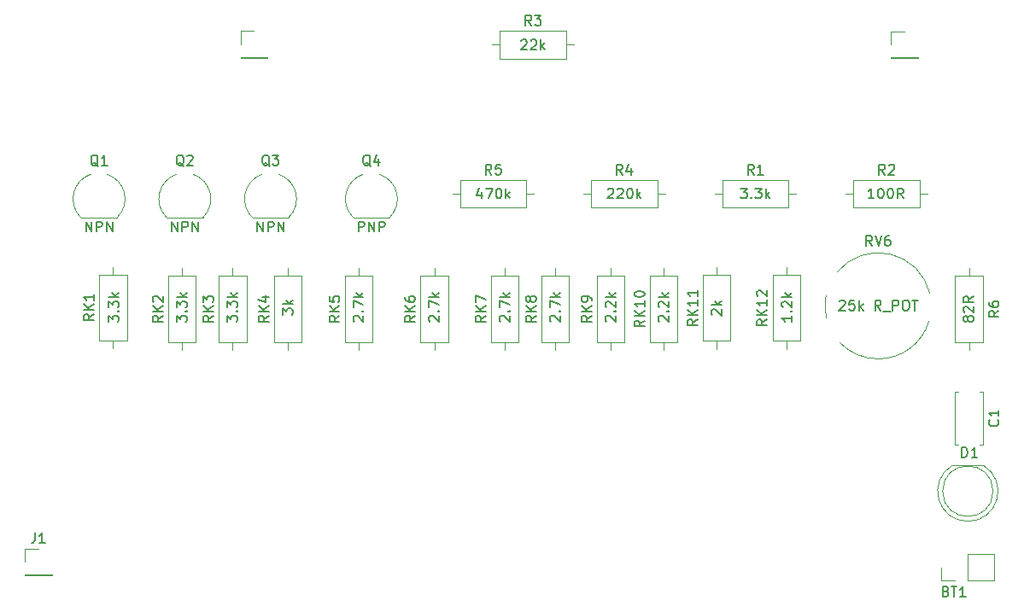
<source format=gbr>
%TF.GenerationSoftware,KiCad,Pcbnew,5.1.8*%
%TF.CreationDate,2020-12-04T21:14:45+01:00*%
%TF.ProjectId,SawToothOrganDIP,53617754-6f6f-4746-984f-7267616e4449,rev?*%
%TF.SameCoordinates,Original*%
%TF.FileFunction,Legend,Top*%
%TF.FilePolarity,Positive*%
%FSLAX46Y46*%
G04 Gerber Fmt 4.6, Leading zero omitted, Abs format (unit mm)*
G04 Created by KiCad (PCBNEW 5.1.8) date 2020-12-04 21:14:45*
%MOMM*%
%LPD*%
G01*
G04 APERTURE LIST*
%ADD10C,0.120000*%
%ADD11C,0.150000*%
G04 APERTURE END LIST*
D10*
%TO.C,J2*%
X163300000Y-98350000D02*
X164630000Y-98350000D01*
X163300000Y-99680000D02*
X163300000Y-98350000D01*
X163300000Y-100950000D02*
X165960000Y-100950000D01*
X165960000Y-100950000D02*
X165960000Y-101010000D01*
X163300000Y-100950000D02*
X163300000Y-101010000D01*
X163300000Y-101010000D02*
X165960000Y-101010000D01*
%TO.C,R6*%
X234130000Y-129190000D02*
X236870000Y-129190000D01*
X236870000Y-129190000D02*
X236870000Y-122650000D01*
X236870000Y-122650000D02*
X234130000Y-122650000D01*
X234130000Y-122650000D02*
X234130000Y-129190000D01*
X235500000Y-129960000D02*
X235500000Y-129190000D01*
X235500000Y-121880000D02*
X235500000Y-122650000D01*
%TO.C,J3*%
X227770000Y-101030000D02*
X230430000Y-101030000D01*
X227770000Y-100970000D02*
X227770000Y-101030000D01*
X230430000Y-100970000D02*
X230430000Y-101030000D01*
X227770000Y-100970000D02*
X230430000Y-100970000D01*
X227770000Y-99700000D02*
X227770000Y-98370000D01*
X227770000Y-98370000D02*
X229100000Y-98370000D01*
%TO.C,J1*%
X141920000Y-152330000D02*
X144580000Y-152330000D01*
X141920000Y-152270000D02*
X141920000Y-152330000D01*
X144580000Y-152270000D02*
X144580000Y-152330000D01*
X141920000Y-152270000D02*
X144580000Y-152270000D01*
X141920000Y-151000000D02*
X141920000Y-149670000D01*
X141920000Y-149670000D02*
X143250000Y-149670000D01*
%TO.C,C1*%
X236870000Y-134130000D02*
X236870000Y-139370000D01*
X234130000Y-134130000D02*
X234130000Y-139370000D01*
X236870000Y-134130000D02*
X236555000Y-134130000D01*
X234445000Y-134130000D02*
X234130000Y-134130000D01*
X236870000Y-139370000D02*
X236555000Y-139370000D01*
X234445000Y-139370000D02*
X234130000Y-139370000D01*
%TO.C,RV6*%
X226592030Y-130869357D02*
G75*
G02*
X222709000Y-129261000I-92030J5269357D01*
G01*
X221385609Y-126874881D02*
G75*
G02*
X221326000Y-124594000I5114391J1274881D01*
G01*
X222463379Y-122211525D02*
G75*
G02*
X231614000Y-124326000I4036621J-3388475D01*
G01*
X231539726Y-127140799D02*
G75*
G02*
X226500000Y-130870000I-5039726J1540799D01*
G01*
%TO.C,RK12*%
X217400000Y-121780000D02*
X217400000Y-122550000D01*
X217400000Y-129860000D02*
X217400000Y-129090000D01*
X216030000Y-122550000D02*
X216030000Y-129090000D01*
X218770000Y-122550000D02*
X216030000Y-122550000D01*
X218770000Y-129090000D02*
X218770000Y-122550000D01*
X216030000Y-129090000D02*
X218770000Y-129090000D01*
%TO.C,RK11*%
X210500000Y-121780000D02*
X210500000Y-122550000D01*
X210500000Y-129860000D02*
X210500000Y-129090000D01*
X209130000Y-122550000D02*
X209130000Y-129090000D01*
X211870000Y-122550000D02*
X209130000Y-122550000D01*
X211870000Y-129090000D02*
X211870000Y-122550000D01*
X209130000Y-129090000D02*
X211870000Y-129090000D01*
%TO.C,RK10*%
X205250000Y-121880000D02*
X205250000Y-122650000D01*
X205250000Y-129960000D02*
X205250000Y-129190000D01*
X203880000Y-122650000D02*
X203880000Y-129190000D01*
X206620000Y-122650000D02*
X203880000Y-122650000D01*
X206620000Y-129190000D02*
X206620000Y-122650000D01*
X203880000Y-129190000D02*
X206620000Y-129190000D01*
%TO.C,RK9*%
X200000000Y-121880000D02*
X200000000Y-122650000D01*
X200000000Y-129960000D02*
X200000000Y-129190000D01*
X198630000Y-122650000D02*
X198630000Y-129190000D01*
X201370000Y-122650000D02*
X198630000Y-122650000D01*
X201370000Y-129190000D02*
X201370000Y-122650000D01*
X198630000Y-129190000D02*
X201370000Y-129190000D01*
%TO.C,RK8*%
X194500000Y-121880000D02*
X194500000Y-122650000D01*
X194500000Y-129960000D02*
X194500000Y-129190000D01*
X193130000Y-122650000D02*
X193130000Y-129190000D01*
X195870000Y-122650000D02*
X193130000Y-122650000D01*
X195870000Y-129190000D02*
X195870000Y-122650000D01*
X193130000Y-129190000D02*
X195870000Y-129190000D01*
%TO.C,RK7*%
X189500000Y-121880000D02*
X189500000Y-122650000D01*
X189500000Y-129960000D02*
X189500000Y-129190000D01*
X188130000Y-122650000D02*
X188130000Y-129190000D01*
X190870000Y-122650000D02*
X188130000Y-122650000D01*
X190870000Y-129190000D02*
X190870000Y-122650000D01*
X188130000Y-129190000D02*
X190870000Y-129190000D01*
%TO.C,RK6*%
X182500000Y-121880000D02*
X182500000Y-122650000D01*
X182500000Y-129960000D02*
X182500000Y-129190000D01*
X181130000Y-122650000D02*
X181130000Y-129190000D01*
X183870000Y-122650000D02*
X181130000Y-122650000D01*
X183870000Y-129190000D02*
X183870000Y-122650000D01*
X181130000Y-129190000D02*
X183870000Y-129190000D01*
%TO.C,RK5*%
X175000000Y-121880000D02*
X175000000Y-122650000D01*
X175000000Y-129960000D02*
X175000000Y-129190000D01*
X173630000Y-122650000D02*
X173630000Y-129190000D01*
X176370000Y-122650000D02*
X173630000Y-122650000D01*
X176370000Y-129190000D02*
X176370000Y-122650000D01*
X173630000Y-129190000D02*
X176370000Y-129190000D01*
%TO.C,RK4*%
X168000000Y-121880000D02*
X168000000Y-122650000D01*
X168000000Y-129960000D02*
X168000000Y-129190000D01*
X166630000Y-122650000D02*
X166630000Y-129190000D01*
X169370000Y-122650000D02*
X166630000Y-122650000D01*
X169370000Y-129190000D02*
X169370000Y-122650000D01*
X166630000Y-129190000D02*
X169370000Y-129190000D01*
%TO.C,RK3*%
X162500000Y-121880000D02*
X162500000Y-122650000D01*
X162500000Y-129960000D02*
X162500000Y-129190000D01*
X161130000Y-122650000D02*
X161130000Y-129190000D01*
X163870000Y-122650000D02*
X161130000Y-122650000D01*
X163870000Y-129190000D02*
X163870000Y-122650000D01*
X161130000Y-129190000D02*
X163870000Y-129190000D01*
%TO.C,RK2*%
X157500000Y-121880000D02*
X157500000Y-122650000D01*
X157500000Y-129960000D02*
X157500000Y-129190000D01*
X156130000Y-122650000D02*
X156130000Y-129190000D01*
X158870000Y-122650000D02*
X156130000Y-122650000D01*
X158870000Y-129190000D02*
X158870000Y-122650000D01*
X156130000Y-129190000D02*
X158870000Y-129190000D01*
%TO.C,RK1*%
X150650000Y-121730000D02*
X150650000Y-122500000D01*
X150650000Y-129810000D02*
X150650000Y-129040000D01*
X149280000Y-122500000D02*
X149280000Y-129040000D01*
X152020000Y-122500000D02*
X149280000Y-122500000D01*
X152020000Y-129040000D02*
X152020000Y-122500000D01*
X149280000Y-129040000D02*
X152020000Y-129040000D01*
%TO.C,R5*%
X192370000Y-114500000D02*
X191600000Y-114500000D01*
X184290000Y-114500000D02*
X185060000Y-114500000D01*
X191600000Y-113130000D02*
X185060000Y-113130000D01*
X191600000Y-115870000D02*
X191600000Y-113130000D01*
X185060000Y-115870000D02*
X191600000Y-115870000D01*
X185060000Y-113130000D02*
X185060000Y-115870000D01*
%TO.C,R4*%
X205370000Y-114500000D02*
X204600000Y-114500000D01*
X197290000Y-114500000D02*
X198060000Y-114500000D01*
X204600000Y-113130000D02*
X198060000Y-113130000D01*
X204600000Y-115870000D02*
X204600000Y-113130000D01*
X198060000Y-115870000D02*
X204600000Y-115870000D01*
X198060000Y-113130000D02*
X198060000Y-115870000D01*
%TO.C,R3*%
X196320000Y-99700000D02*
X195550000Y-99700000D01*
X188240000Y-99700000D02*
X189010000Y-99700000D01*
X195550000Y-98330000D02*
X189010000Y-98330000D01*
X195550000Y-101070000D02*
X195550000Y-98330000D01*
X189010000Y-101070000D02*
X195550000Y-101070000D01*
X189010000Y-98330000D02*
X189010000Y-101070000D01*
%TO.C,R2*%
X231370000Y-114500000D02*
X230600000Y-114500000D01*
X223290000Y-114500000D02*
X224060000Y-114500000D01*
X230600000Y-113130000D02*
X224060000Y-113130000D01*
X230600000Y-115870000D02*
X230600000Y-113130000D01*
X224060000Y-115870000D02*
X230600000Y-115870000D01*
X224060000Y-113130000D02*
X224060000Y-115870000D01*
%TO.C,R1*%
X218370000Y-114500000D02*
X217600000Y-114500000D01*
X210290000Y-114500000D02*
X211060000Y-114500000D01*
X217600000Y-113130000D02*
X211060000Y-113130000D01*
X217600000Y-115870000D02*
X217600000Y-113130000D01*
X211060000Y-115870000D02*
X217600000Y-115870000D01*
X211060000Y-113130000D02*
X211060000Y-115870000D01*
%TO.C,Q3*%
X164470000Y-116850000D02*
X168070000Y-116850000D01*
X168078445Y-116827684D02*
G75*
G03*
X167050000Y-112550000I-1808445J1827684D01*
G01*
X164458547Y-116842156D02*
G75*
G02*
X165450000Y-112550000I1811453J1842156D01*
G01*
%TO.C,Q2*%
X155970000Y-116850000D02*
X159570000Y-116850000D01*
X159578445Y-116827684D02*
G75*
G03*
X158550000Y-112550000I-1808445J1827684D01*
G01*
X155958547Y-116842156D02*
G75*
G02*
X156950000Y-112550000I1811453J1842156D01*
G01*
%TO.C,Q4*%
X174470000Y-116850000D02*
X178070000Y-116850000D01*
X178078445Y-116827684D02*
G75*
G03*
X177050000Y-112550000I-1808445J1827684D01*
G01*
X174458547Y-116842156D02*
G75*
G02*
X175450000Y-112550000I1811453J1842156D01*
G01*
%TO.C,Q1*%
X147470000Y-116850000D02*
X151070000Y-116850000D01*
X151078445Y-116827684D02*
G75*
G03*
X150050000Y-112550000I-1808445J1827684D01*
G01*
X147458547Y-116842156D02*
G75*
G02*
X148450000Y-112550000I1811453J1842156D01*
G01*
%TO.C,D1*%
X237890000Y-143990000D02*
G75*
G03*
X237890000Y-143990000I-2500000J0D01*
G01*
X236935000Y-141430000D02*
X233845000Y-141430000D01*
X235390462Y-146980000D02*
G75*
G02*
X233845170Y-141430000I-462J2990000D01*
G01*
X235389538Y-146980000D02*
G75*
G03*
X236934830Y-141430000I462J2990000D01*
G01*
%TO.C,BT1*%
X232770000Y-152880000D02*
X232770000Y-151550000D01*
X234100000Y-152880000D02*
X232770000Y-152880000D01*
X235370000Y-152880000D02*
X235370000Y-150220000D01*
X235370000Y-150220000D02*
X237970000Y-150220000D01*
X235370000Y-152880000D02*
X237970000Y-152880000D01*
X237970000Y-152880000D02*
X237970000Y-150220000D01*
%TO.C,R6*%
D11*
X238452380Y-126086666D02*
X237976190Y-126420000D01*
X238452380Y-126658095D02*
X237452380Y-126658095D01*
X237452380Y-126277142D01*
X237500000Y-126181904D01*
X237547619Y-126134285D01*
X237642857Y-126086666D01*
X237785714Y-126086666D01*
X237880952Y-126134285D01*
X237928571Y-126181904D01*
X237976190Y-126277142D01*
X237976190Y-126658095D01*
X237452380Y-125229523D02*
X237452380Y-125420000D01*
X237500000Y-125515238D01*
X237547619Y-125562857D01*
X237690476Y-125658095D01*
X237880952Y-125705714D01*
X238261904Y-125705714D01*
X238357142Y-125658095D01*
X238404761Y-125610476D01*
X238452380Y-125515238D01*
X238452380Y-125324761D01*
X238404761Y-125229523D01*
X238357142Y-125181904D01*
X238261904Y-125134285D01*
X238023809Y-125134285D01*
X237928571Y-125181904D01*
X237880952Y-125229523D01*
X237833333Y-125324761D01*
X237833333Y-125515238D01*
X237880952Y-125610476D01*
X237928571Y-125658095D01*
X238023809Y-125705714D01*
X235380952Y-126991428D02*
X235333333Y-127086666D01*
X235285714Y-127134285D01*
X235190476Y-127181904D01*
X235142857Y-127181904D01*
X235047619Y-127134285D01*
X235000000Y-127086666D01*
X234952380Y-126991428D01*
X234952380Y-126800952D01*
X235000000Y-126705714D01*
X235047619Y-126658095D01*
X235142857Y-126610476D01*
X235190476Y-126610476D01*
X235285714Y-126658095D01*
X235333333Y-126705714D01*
X235380952Y-126800952D01*
X235380952Y-126991428D01*
X235428571Y-127086666D01*
X235476190Y-127134285D01*
X235571428Y-127181904D01*
X235761904Y-127181904D01*
X235857142Y-127134285D01*
X235904761Y-127086666D01*
X235952380Y-126991428D01*
X235952380Y-126800952D01*
X235904761Y-126705714D01*
X235857142Y-126658095D01*
X235761904Y-126610476D01*
X235571428Y-126610476D01*
X235476190Y-126658095D01*
X235428571Y-126705714D01*
X235380952Y-126800952D01*
X235047619Y-126229523D02*
X235000000Y-126181904D01*
X234952380Y-126086666D01*
X234952380Y-125848571D01*
X235000000Y-125753333D01*
X235047619Y-125705714D01*
X235142857Y-125658095D01*
X235238095Y-125658095D01*
X235380952Y-125705714D01*
X235952380Y-126277142D01*
X235952380Y-125658095D01*
X235952380Y-124658095D02*
X235476190Y-124991428D01*
X235952380Y-125229523D02*
X234952380Y-125229523D01*
X234952380Y-124848571D01*
X235000000Y-124753333D01*
X235047619Y-124705714D01*
X235142857Y-124658095D01*
X235285714Y-124658095D01*
X235380952Y-124705714D01*
X235428571Y-124753333D01*
X235476190Y-124848571D01*
X235476190Y-125229523D01*
%TO.C,J1*%
X142916666Y-148122380D02*
X142916666Y-148836666D01*
X142869047Y-148979523D01*
X142773809Y-149074761D01*
X142630952Y-149122380D01*
X142535714Y-149122380D01*
X143916666Y-149122380D02*
X143345238Y-149122380D01*
X143630952Y-149122380D02*
X143630952Y-148122380D01*
X143535714Y-148265238D01*
X143440476Y-148360476D01*
X143345238Y-148408095D01*
%TO.C,C1*%
X238357142Y-136916666D02*
X238404761Y-136964285D01*
X238452380Y-137107142D01*
X238452380Y-137202380D01*
X238404761Y-137345238D01*
X238309523Y-137440476D01*
X238214285Y-137488095D01*
X238023809Y-137535714D01*
X237880952Y-137535714D01*
X237690476Y-137488095D01*
X237595238Y-137440476D01*
X237500000Y-137345238D01*
X237452380Y-137202380D01*
X237452380Y-137107142D01*
X237500000Y-136964285D01*
X237547619Y-136916666D01*
X238452380Y-135964285D02*
X238452380Y-136535714D01*
X238452380Y-136250000D02*
X237452380Y-136250000D01*
X237595238Y-136345238D01*
X237690476Y-136440476D01*
X237738095Y-136535714D01*
%TO.C,RV6*%
X225904761Y-119652380D02*
X225571428Y-119176190D01*
X225333333Y-119652380D02*
X225333333Y-118652380D01*
X225714285Y-118652380D01*
X225809523Y-118700000D01*
X225857142Y-118747619D01*
X225904761Y-118842857D01*
X225904761Y-118985714D01*
X225857142Y-119080952D01*
X225809523Y-119128571D01*
X225714285Y-119176190D01*
X225333333Y-119176190D01*
X226190476Y-118652380D02*
X226523809Y-119652380D01*
X226857142Y-118652380D01*
X227619047Y-118652380D02*
X227428571Y-118652380D01*
X227333333Y-118700000D01*
X227285714Y-118747619D01*
X227190476Y-118890476D01*
X227142857Y-119080952D01*
X227142857Y-119461904D01*
X227190476Y-119557142D01*
X227238095Y-119604761D01*
X227333333Y-119652380D01*
X227523809Y-119652380D01*
X227619047Y-119604761D01*
X227666666Y-119557142D01*
X227714285Y-119461904D01*
X227714285Y-119223809D01*
X227666666Y-119128571D01*
X227619047Y-119080952D01*
X227523809Y-119033333D01*
X227333333Y-119033333D01*
X227238095Y-119080952D01*
X227190476Y-119128571D01*
X227142857Y-119223809D01*
X222666666Y-125147619D02*
X222714285Y-125100000D01*
X222809523Y-125052380D01*
X223047619Y-125052380D01*
X223142857Y-125100000D01*
X223190476Y-125147619D01*
X223238095Y-125242857D01*
X223238095Y-125338095D01*
X223190476Y-125480952D01*
X222619047Y-126052380D01*
X223238095Y-126052380D01*
X224142857Y-125052380D02*
X223666666Y-125052380D01*
X223619047Y-125528571D01*
X223666666Y-125480952D01*
X223761904Y-125433333D01*
X224000000Y-125433333D01*
X224095238Y-125480952D01*
X224142857Y-125528571D01*
X224190476Y-125623809D01*
X224190476Y-125861904D01*
X224142857Y-125957142D01*
X224095238Y-126004761D01*
X224000000Y-126052380D01*
X223761904Y-126052380D01*
X223666666Y-126004761D01*
X223619047Y-125957142D01*
X224619047Y-126052380D02*
X224619047Y-125052380D01*
X224714285Y-125671428D02*
X225000000Y-126052380D01*
X225000000Y-125385714D02*
X224619047Y-125766666D01*
X226761904Y-126052380D02*
X226428571Y-125576190D01*
X226190476Y-126052380D02*
X226190476Y-125052380D01*
X226571428Y-125052380D01*
X226666666Y-125100000D01*
X226714285Y-125147619D01*
X226761904Y-125242857D01*
X226761904Y-125385714D01*
X226714285Y-125480952D01*
X226666666Y-125528571D01*
X226571428Y-125576190D01*
X226190476Y-125576190D01*
X226952380Y-126147619D02*
X227714285Y-126147619D01*
X227952380Y-126052380D02*
X227952380Y-125052380D01*
X228333333Y-125052380D01*
X228428571Y-125100000D01*
X228476190Y-125147619D01*
X228523809Y-125242857D01*
X228523809Y-125385714D01*
X228476190Y-125480952D01*
X228428571Y-125528571D01*
X228333333Y-125576190D01*
X227952380Y-125576190D01*
X229142857Y-125052380D02*
X229333333Y-125052380D01*
X229428571Y-125100000D01*
X229523809Y-125195238D01*
X229571428Y-125385714D01*
X229571428Y-125719047D01*
X229523809Y-125909523D01*
X229428571Y-126004761D01*
X229333333Y-126052380D01*
X229142857Y-126052380D01*
X229047619Y-126004761D01*
X228952380Y-125909523D01*
X228904761Y-125719047D01*
X228904761Y-125385714D01*
X228952380Y-125195238D01*
X229047619Y-125100000D01*
X229142857Y-125052380D01*
X229857142Y-125052380D02*
X230428571Y-125052380D01*
X230142857Y-126052380D02*
X230142857Y-125052380D01*
%TO.C,RK12*%
X215482380Y-126962857D02*
X215006190Y-127296190D01*
X215482380Y-127534285D02*
X214482380Y-127534285D01*
X214482380Y-127153333D01*
X214530000Y-127058095D01*
X214577619Y-127010476D01*
X214672857Y-126962857D01*
X214815714Y-126962857D01*
X214910952Y-127010476D01*
X214958571Y-127058095D01*
X215006190Y-127153333D01*
X215006190Y-127534285D01*
X215482380Y-126534285D02*
X214482380Y-126534285D01*
X215482380Y-125962857D02*
X214910952Y-126391428D01*
X214482380Y-125962857D02*
X215053809Y-126534285D01*
X215482380Y-125010476D02*
X215482380Y-125581904D01*
X215482380Y-125296190D02*
X214482380Y-125296190D01*
X214625238Y-125391428D01*
X214720476Y-125486666D01*
X214768095Y-125581904D01*
X214577619Y-124629523D02*
X214530000Y-124581904D01*
X214482380Y-124486666D01*
X214482380Y-124248571D01*
X214530000Y-124153333D01*
X214577619Y-124105714D01*
X214672857Y-124058095D01*
X214768095Y-124058095D01*
X214910952Y-124105714D01*
X215482380Y-124677142D01*
X215482380Y-124058095D01*
X217952380Y-126583333D02*
X217952380Y-127154761D01*
X217952380Y-126869047D02*
X216952380Y-126869047D01*
X217095238Y-126964285D01*
X217190476Y-127059523D01*
X217238095Y-127154761D01*
X217857142Y-126154761D02*
X217904761Y-126107142D01*
X217952380Y-126154761D01*
X217904761Y-126202380D01*
X217857142Y-126154761D01*
X217952380Y-126154761D01*
X217047619Y-125726190D02*
X217000000Y-125678571D01*
X216952380Y-125583333D01*
X216952380Y-125345238D01*
X217000000Y-125250000D01*
X217047619Y-125202380D01*
X217142857Y-125154761D01*
X217238095Y-125154761D01*
X217380952Y-125202380D01*
X217952380Y-125773809D01*
X217952380Y-125154761D01*
X217952380Y-124726190D02*
X216952380Y-124726190D01*
X217571428Y-124630952D02*
X217952380Y-124345238D01*
X217285714Y-124345238D02*
X217666666Y-124726190D01*
%TO.C,RK11*%
X208582380Y-126962857D02*
X208106190Y-127296190D01*
X208582380Y-127534285D02*
X207582380Y-127534285D01*
X207582380Y-127153333D01*
X207630000Y-127058095D01*
X207677619Y-127010476D01*
X207772857Y-126962857D01*
X207915714Y-126962857D01*
X208010952Y-127010476D01*
X208058571Y-127058095D01*
X208106190Y-127153333D01*
X208106190Y-127534285D01*
X208582380Y-126534285D02*
X207582380Y-126534285D01*
X208582380Y-125962857D02*
X208010952Y-126391428D01*
X207582380Y-125962857D02*
X208153809Y-126534285D01*
X208582380Y-125010476D02*
X208582380Y-125581904D01*
X208582380Y-125296190D02*
X207582380Y-125296190D01*
X207725238Y-125391428D01*
X207820476Y-125486666D01*
X207868095Y-125581904D01*
X208582380Y-124058095D02*
X208582380Y-124629523D01*
X208582380Y-124343809D02*
X207582380Y-124343809D01*
X207725238Y-124439047D01*
X207820476Y-124534285D01*
X207868095Y-124629523D01*
X210047619Y-126510476D02*
X210000000Y-126462857D01*
X209952380Y-126367619D01*
X209952380Y-126129523D01*
X210000000Y-126034285D01*
X210047619Y-125986666D01*
X210142857Y-125939047D01*
X210238095Y-125939047D01*
X210380952Y-125986666D01*
X210952380Y-126558095D01*
X210952380Y-125939047D01*
X210952380Y-125510476D02*
X209952380Y-125510476D01*
X210571428Y-125415238D02*
X210952380Y-125129523D01*
X210285714Y-125129523D02*
X210666666Y-125510476D01*
%TO.C,RK10*%
X203332380Y-127062857D02*
X202856190Y-127396190D01*
X203332380Y-127634285D02*
X202332380Y-127634285D01*
X202332380Y-127253333D01*
X202380000Y-127158095D01*
X202427619Y-127110476D01*
X202522857Y-127062857D01*
X202665714Y-127062857D01*
X202760952Y-127110476D01*
X202808571Y-127158095D01*
X202856190Y-127253333D01*
X202856190Y-127634285D01*
X203332380Y-126634285D02*
X202332380Y-126634285D01*
X203332380Y-126062857D02*
X202760952Y-126491428D01*
X202332380Y-126062857D02*
X202903809Y-126634285D01*
X203332380Y-125110476D02*
X203332380Y-125681904D01*
X203332380Y-125396190D02*
X202332380Y-125396190D01*
X202475238Y-125491428D01*
X202570476Y-125586666D01*
X202618095Y-125681904D01*
X202332380Y-124491428D02*
X202332380Y-124396190D01*
X202380000Y-124300952D01*
X202427619Y-124253333D01*
X202522857Y-124205714D01*
X202713333Y-124158095D01*
X202951428Y-124158095D01*
X203141904Y-124205714D01*
X203237142Y-124253333D01*
X203284761Y-124300952D01*
X203332380Y-124396190D01*
X203332380Y-124491428D01*
X203284761Y-124586666D01*
X203237142Y-124634285D01*
X203141904Y-124681904D01*
X202951428Y-124729523D01*
X202713333Y-124729523D01*
X202522857Y-124681904D01*
X202427619Y-124634285D01*
X202380000Y-124586666D01*
X202332380Y-124491428D01*
X204797619Y-127154761D02*
X204750000Y-127107142D01*
X204702380Y-127011904D01*
X204702380Y-126773809D01*
X204750000Y-126678571D01*
X204797619Y-126630952D01*
X204892857Y-126583333D01*
X204988095Y-126583333D01*
X205130952Y-126630952D01*
X205702380Y-127202380D01*
X205702380Y-126583333D01*
X205607142Y-126154761D02*
X205654761Y-126107142D01*
X205702380Y-126154761D01*
X205654761Y-126202380D01*
X205607142Y-126154761D01*
X205702380Y-126154761D01*
X204797619Y-125726190D02*
X204750000Y-125678571D01*
X204702380Y-125583333D01*
X204702380Y-125345238D01*
X204750000Y-125250000D01*
X204797619Y-125202380D01*
X204892857Y-125154761D01*
X204988095Y-125154761D01*
X205130952Y-125202380D01*
X205702380Y-125773809D01*
X205702380Y-125154761D01*
X205702380Y-124726190D02*
X204702380Y-124726190D01*
X205321428Y-124630952D02*
X205702380Y-124345238D01*
X205035714Y-124345238D02*
X205416666Y-124726190D01*
%TO.C,RK9*%
X198082380Y-126586666D02*
X197606190Y-126920000D01*
X198082380Y-127158095D02*
X197082380Y-127158095D01*
X197082380Y-126777142D01*
X197130000Y-126681904D01*
X197177619Y-126634285D01*
X197272857Y-126586666D01*
X197415714Y-126586666D01*
X197510952Y-126634285D01*
X197558571Y-126681904D01*
X197606190Y-126777142D01*
X197606190Y-127158095D01*
X198082380Y-126158095D02*
X197082380Y-126158095D01*
X198082380Y-125586666D02*
X197510952Y-126015238D01*
X197082380Y-125586666D02*
X197653809Y-126158095D01*
X198082380Y-125110476D02*
X198082380Y-124920000D01*
X198034761Y-124824761D01*
X197987142Y-124777142D01*
X197844285Y-124681904D01*
X197653809Y-124634285D01*
X197272857Y-124634285D01*
X197177619Y-124681904D01*
X197130000Y-124729523D01*
X197082380Y-124824761D01*
X197082380Y-125015238D01*
X197130000Y-125110476D01*
X197177619Y-125158095D01*
X197272857Y-125205714D01*
X197510952Y-125205714D01*
X197606190Y-125158095D01*
X197653809Y-125110476D01*
X197701428Y-125015238D01*
X197701428Y-124824761D01*
X197653809Y-124729523D01*
X197606190Y-124681904D01*
X197510952Y-124634285D01*
X199547619Y-127154761D02*
X199500000Y-127107142D01*
X199452380Y-127011904D01*
X199452380Y-126773809D01*
X199500000Y-126678571D01*
X199547619Y-126630952D01*
X199642857Y-126583333D01*
X199738095Y-126583333D01*
X199880952Y-126630952D01*
X200452380Y-127202380D01*
X200452380Y-126583333D01*
X200357142Y-126154761D02*
X200404761Y-126107142D01*
X200452380Y-126154761D01*
X200404761Y-126202380D01*
X200357142Y-126154761D01*
X200452380Y-126154761D01*
X199547619Y-125726190D02*
X199500000Y-125678571D01*
X199452380Y-125583333D01*
X199452380Y-125345238D01*
X199500000Y-125250000D01*
X199547619Y-125202380D01*
X199642857Y-125154761D01*
X199738095Y-125154761D01*
X199880952Y-125202380D01*
X200452380Y-125773809D01*
X200452380Y-125154761D01*
X200452380Y-124726190D02*
X199452380Y-124726190D01*
X200071428Y-124630952D02*
X200452380Y-124345238D01*
X199785714Y-124345238D02*
X200166666Y-124726190D01*
%TO.C,RK8*%
X192582380Y-126586666D02*
X192106190Y-126920000D01*
X192582380Y-127158095D02*
X191582380Y-127158095D01*
X191582380Y-126777142D01*
X191630000Y-126681904D01*
X191677619Y-126634285D01*
X191772857Y-126586666D01*
X191915714Y-126586666D01*
X192010952Y-126634285D01*
X192058571Y-126681904D01*
X192106190Y-126777142D01*
X192106190Y-127158095D01*
X192582380Y-126158095D02*
X191582380Y-126158095D01*
X192582380Y-125586666D02*
X192010952Y-126015238D01*
X191582380Y-125586666D02*
X192153809Y-126158095D01*
X192010952Y-125015238D02*
X191963333Y-125110476D01*
X191915714Y-125158095D01*
X191820476Y-125205714D01*
X191772857Y-125205714D01*
X191677619Y-125158095D01*
X191630000Y-125110476D01*
X191582380Y-125015238D01*
X191582380Y-124824761D01*
X191630000Y-124729523D01*
X191677619Y-124681904D01*
X191772857Y-124634285D01*
X191820476Y-124634285D01*
X191915714Y-124681904D01*
X191963333Y-124729523D01*
X192010952Y-124824761D01*
X192010952Y-125015238D01*
X192058571Y-125110476D01*
X192106190Y-125158095D01*
X192201428Y-125205714D01*
X192391904Y-125205714D01*
X192487142Y-125158095D01*
X192534761Y-125110476D01*
X192582380Y-125015238D01*
X192582380Y-124824761D01*
X192534761Y-124729523D01*
X192487142Y-124681904D01*
X192391904Y-124634285D01*
X192201428Y-124634285D01*
X192106190Y-124681904D01*
X192058571Y-124729523D01*
X192010952Y-124824761D01*
X194047619Y-127154761D02*
X194000000Y-127107142D01*
X193952380Y-127011904D01*
X193952380Y-126773809D01*
X194000000Y-126678571D01*
X194047619Y-126630952D01*
X194142857Y-126583333D01*
X194238095Y-126583333D01*
X194380952Y-126630952D01*
X194952380Y-127202380D01*
X194952380Y-126583333D01*
X194857142Y-126154761D02*
X194904761Y-126107142D01*
X194952380Y-126154761D01*
X194904761Y-126202380D01*
X194857142Y-126154761D01*
X194952380Y-126154761D01*
X193952380Y-125773809D02*
X193952380Y-125107142D01*
X194952380Y-125535714D01*
X194952380Y-124726190D02*
X193952380Y-124726190D01*
X194571428Y-124630952D02*
X194952380Y-124345238D01*
X194285714Y-124345238D02*
X194666666Y-124726190D01*
%TO.C,RK7*%
X187582380Y-126586666D02*
X187106190Y-126920000D01*
X187582380Y-127158095D02*
X186582380Y-127158095D01*
X186582380Y-126777142D01*
X186630000Y-126681904D01*
X186677619Y-126634285D01*
X186772857Y-126586666D01*
X186915714Y-126586666D01*
X187010952Y-126634285D01*
X187058571Y-126681904D01*
X187106190Y-126777142D01*
X187106190Y-127158095D01*
X187582380Y-126158095D02*
X186582380Y-126158095D01*
X187582380Y-125586666D02*
X187010952Y-126015238D01*
X186582380Y-125586666D02*
X187153809Y-126158095D01*
X186582380Y-125253333D02*
X186582380Y-124586666D01*
X187582380Y-125015238D01*
X189047619Y-127154761D02*
X189000000Y-127107142D01*
X188952380Y-127011904D01*
X188952380Y-126773809D01*
X189000000Y-126678571D01*
X189047619Y-126630952D01*
X189142857Y-126583333D01*
X189238095Y-126583333D01*
X189380952Y-126630952D01*
X189952380Y-127202380D01*
X189952380Y-126583333D01*
X189857142Y-126154761D02*
X189904761Y-126107142D01*
X189952380Y-126154761D01*
X189904761Y-126202380D01*
X189857142Y-126154761D01*
X189952380Y-126154761D01*
X188952380Y-125773809D02*
X188952380Y-125107142D01*
X189952380Y-125535714D01*
X189952380Y-124726190D02*
X188952380Y-124726190D01*
X189571428Y-124630952D02*
X189952380Y-124345238D01*
X189285714Y-124345238D02*
X189666666Y-124726190D01*
%TO.C,RK6*%
X180582380Y-126586666D02*
X180106190Y-126920000D01*
X180582380Y-127158095D02*
X179582380Y-127158095D01*
X179582380Y-126777142D01*
X179630000Y-126681904D01*
X179677619Y-126634285D01*
X179772857Y-126586666D01*
X179915714Y-126586666D01*
X180010952Y-126634285D01*
X180058571Y-126681904D01*
X180106190Y-126777142D01*
X180106190Y-127158095D01*
X180582380Y-126158095D02*
X179582380Y-126158095D01*
X180582380Y-125586666D02*
X180010952Y-126015238D01*
X179582380Y-125586666D02*
X180153809Y-126158095D01*
X179582380Y-124729523D02*
X179582380Y-124920000D01*
X179630000Y-125015238D01*
X179677619Y-125062857D01*
X179820476Y-125158095D01*
X180010952Y-125205714D01*
X180391904Y-125205714D01*
X180487142Y-125158095D01*
X180534761Y-125110476D01*
X180582380Y-125015238D01*
X180582380Y-124824761D01*
X180534761Y-124729523D01*
X180487142Y-124681904D01*
X180391904Y-124634285D01*
X180153809Y-124634285D01*
X180058571Y-124681904D01*
X180010952Y-124729523D01*
X179963333Y-124824761D01*
X179963333Y-125015238D01*
X180010952Y-125110476D01*
X180058571Y-125158095D01*
X180153809Y-125205714D01*
X182047619Y-127154761D02*
X182000000Y-127107142D01*
X181952380Y-127011904D01*
X181952380Y-126773809D01*
X182000000Y-126678571D01*
X182047619Y-126630952D01*
X182142857Y-126583333D01*
X182238095Y-126583333D01*
X182380952Y-126630952D01*
X182952380Y-127202380D01*
X182952380Y-126583333D01*
X182857142Y-126154761D02*
X182904761Y-126107142D01*
X182952380Y-126154761D01*
X182904761Y-126202380D01*
X182857142Y-126154761D01*
X182952380Y-126154761D01*
X181952380Y-125773809D02*
X181952380Y-125107142D01*
X182952380Y-125535714D01*
X182952380Y-124726190D02*
X181952380Y-124726190D01*
X182571428Y-124630952D02*
X182952380Y-124345238D01*
X182285714Y-124345238D02*
X182666666Y-124726190D01*
%TO.C,RK5*%
X173082380Y-126586666D02*
X172606190Y-126920000D01*
X173082380Y-127158095D02*
X172082380Y-127158095D01*
X172082380Y-126777142D01*
X172130000Y-126681904D01*
X172177619Y-126634285D01*
X172272857Y-126586666D01*
X172415714Y-126586666D01*
X172510952Y-126634285D01*
X172558571Y-126681904D01*
X172606190Y-126777142D01*
X172606190Y-127158095D01*
X173082380Y-126158095D02*
X172082380Y-126158095D01*
X173082380Y-125586666D02*
X172510952Y-126015238D01*
X172082380Y-125586666D02*
X172653809Y-126158095D01*
X172082380Y-124681904D02*
X172082380Y-125158095D01*
X172558571Y-125205714D01*
X172510952Y-125158095D01*
X172463333Y-125062857D01*
X172463333Y-124824761D01*
X172510952Y-124729523D01*
X172558571Y-124681904D01*
X172653809Y-124634285D01*
X172891904Y-124634285D01*
X172987142Y-124681904D01*
X173034761Y-124729523D01*
X173082380Y-124824761D01*
X173082380Y-125062857D01*
X173034761Y-125158095D01*
X172987142Y-125205714D01*
X174547619Y-127154761D02*
X174500000Y-127107142D01*
X174452380Y-127011904D01*
X174452380Y-126773809D01*
X174500000Y-126678571D01*
X174547619Y-126630952D01*
X174642857Y-126583333D01*
X174738095Y-126583333D01*
X174880952Y-126630952D01*
X175452380Y-127202380D01*
X175452380Y-126583333D01*
X175357142Y-126154761D02*
X175404761Y-126107142D01*
X175452380Y-126154761D01*
X175404761Y-126202380D01*
X175357142Y-126154761D01*
X175452380Y-126154761D01*
X174452380Y-125773809D02*
X174452380Y-125107142D01*
X175452380Y-125535714D01*
X175452380Y-124726190D02*
X174452380Y-124726190D01*
X175071428Y-124630952D02*
X175452380Y-124345238D01*
X174785714Y-124345238D02*
X175166666Y-124726190D01*
%TO.C,RK4*%
X166082380Y-126586666D02*
X165606190Y-126920000D01*
X166082380Y-127158095D02*
X165082380Y-127158095D01*
X165082380Y-126777142D01*
X165130000Y-126681904D01*
X165177619Y-126634285D01*
X165272857Y-126586666D01*
X165415714Y-126586666D01*
X165510952Y-126634285D01*
X165558571Y-126681904D01*
X165606190Y-126777142D01*
X165606190Y-127158095D01*
X166082380Y-126158095D02*
X165082380Y-126158095D01*
X166082380Y-125586666D02*
X165510952Y-126015238D01*
X165082380Y-125586666D02*
X165653809Y-126158095D01*
X165415714Y-124729523D02*
X166082380Y-124729523D01*
X165034761Y-124967619D02*
X165749047Y-125205714D01*
X165749047Y-124586666D01*
X167452380Y-126488095D02*
X167452380Y-125869047D01*
X167833333Y-126202380D01*
X167833333Y-126059523D01*
X167880952Y-125964285D01*
X167928571Y-125916666D01*
X168023809Y-125869047D01*
X168261904Y-125869047D01*
X168357142Y-125916666D01*
X168404761Y-125964285D01*
X168452380Y-126059523D01*
X168452380Y-126345238D01*
X168404761Y-126440476D01*
X168357142Y-126488095D01*
X168452380Y-125440476D02*
X167452380Y-125440476D01*
X168071428Y-125345238D02*
X168452380Y-125059523D01*
X167785714Y-125059523D02*
X168166666Y-125440476D01*
%TO.C,RK3*%
X160582380Y-126586666D02*
X160106190Y-126920000D01*
X160582380Y-127158095D02*
X159582380Y-127158095D01*
X159582380Y-126777142D01*
X159630000Y-126681904D01*
X159677619Y-126634285D01*
X159772857Y-126586666D01*
X159915714Y-126586666D01*
X160010952Y-126634285D01*
X160058571Y-126681904D01*
X160106190Y-126777142D01*
X160106190Y-127158095D01*
X160582380Y-126158095D02*
X159582380Y-126158095D01*
X160582380Y-125586666D02*
X160010952Y-126015238D01*
X159582380Y-125586666D02*
X160153809Y-126158095D01*
X159582380Y-125253333D02*
X159582380Y-124634285D01*
X159963333Y-124967619D01*
X159963333Y-124824761D01*
X160010952Y-124729523D01*
X160058571Y-124681904D01*
X160153809Y-124634285D01*
X160391904Y-124634285D01*
X160487142Y-124681904D01*
X160534761Y-124729523D01*
X160582380Y-124824761D01*
X160582380Y-125110476D01*
X160534761Y-125205714D01*
X160487142Y-125253333D01*
X161952380Y-127202380D02*
X161952380Y-126583333D01*
X162333333Y-126916666D01*
X162333333Y-126773809D01*
X162380952Y-126678571D01*
X162428571Y-126630952D01*
X162523809Y-126583333D01*
X162761904Y-126583333D01*
X162857142Y-126630952D01*
X162904761Y-126678571D01*
X162952380Y-126773809D01*
X162952380Y-127059523D01*
X162904761Y-127154761D01*
X162857142Y-127202380D01*
X162857142Y-126154761D02*
X162904761Y-126107142D01*
X162952380Y-126154761D01*
X162904761Y-126202380D01*
X162857142Y-126154761D01*
X162952380Y-126154761D01*
X161952380Y-125773809D02*
X161952380Y-125154761D01*
X162333333Y-125488095D01*
X162333333Y-125345238D01*
X162380952Y-125250000D01*
X162428571Y-125202380D01*
X162523809Y-125154761D01*
X162761904Y-125154761D01*
X162857142Y-125202380D01*
X162904761Y-125250000D01*
X162952380Y-125345238D01*
X162952380Y-125630952D01*
X162904761Y-125726190D01*
X162857142Y-125773809D01*
X162952380Y-124726190D02*
X161952380Y-124726190D01*
X162571428Y-124630952D02*
X162952380Y-124345238D01*
X162285714Y-124345238D02*
X162666666Y-124726190D01*
%TO.C,RK2*%
X155582380Y-126586666D02*
X155106190Y-126920000D01*
X155582380Y-127158095D02*
X154582380Y-127158095D01*
X154582380Y-126777142D01*
X154630000Y-126681904D01*
X154677619Y-126634285D01*
X154772857Y-126586666D01*
X154915714Y-126586666D01*
X155010952Y-126634285D01*
X155058571Y-126681904D01*
X155106190Y-126777142D01*
X155106190Y-127158095D01*
X155582380Y-126158095D02*
X154582380Y-126158095D01*
X155582380Y-125586666D02*
X155010952Y-126015238D01*
X154582380Y-125586666D02*
X155153809Y-126158095D01*
X154677619Y-125205714D02*
X154630000Y-125158095D01*
X154582380Y-125062857D01*
X154582380Y-124824761D01*
X154630000Y-124729523D01*
X154677619Y-124681904D01*
X154772857Y-124634285D01*
X154868095Y-124634285D01*
X155010952Y-124681904D01*
X155582380Y-125253333D01*
X155582380Y-124634285D01*
X156952380Y-127202380D02*
X156952380Y-126583333D01*
X157333333Y-126916666D01*
X157333333Y-126773809D01*
X157380952Y-126678571D01*
X157428571Y-126630952D01*
X157523809Y-126583333D01*
X157761904Y-126583333D01*
X157857142Y-126630952D01*
X157904761Y-126678571D01*
X157952380Y-126773809D01*
X157952380Y-127059523D01*
X157904761Y-127154761D01*
X157857142Y-127202380D01*
X157857142Y-126154761D02*
X157904761Y-126107142D01*
X157952380Y-126154761D01*
X157904761Y-126202380D01*
X157857142Y-126154761D01*
X157952380Y-126154761D01*
X156952380Y-125773809D02*
X156952380Y-125154761D01*
X157333333Y-125488095D01*
X157333333Y-125345238D01*
X157380952Y-125250000D01*
X157428571Y-125202380D01*
X157523809Y-125154761D01*
X157761904Y-125154761D01*
X157857142Y-125202380D01*
X157904761Y-125250000D01*
X157952380Y-125345238D01*
X157952380Y-125630952D01*
X157904761Y-125726190D01*
X157857142Y-125773809D01*
X157952380Y-124726190D02*
X156952380Y-124726190D01*
X157571428Y-124630952D02*
X157952380Y-124345238D01*
X157285714Y-124345238D02*
X157666666Y-124726190D01*
%TO.C,RK1*%
X148732380Y-126436666D02*
X148256190Y-126770000D01*
X148732380Y-127008095D02*
X147732380Y-127008095D01*
X147732380Y-126627142D01*
X147780000Y-126531904D01*
X147827619Y-126484285D01*
X147922857Y-126436666D01*
X148065714Y-126436666D01*
X148160952Y-126484285D01*
X148208571Y-126531904D01*
X148256190Y-126627142D01*
X148256190Y-127008095D01*
X148732380Y-126008095D02*
X147732380Y-126008095D01*
X148732380Y-125436666D02*
X148160952Y-125865238D01*
X147732380Y-125436666D02*
X148303809Y-126008095D01*
X148732380Y-124484285D02*
X148732380Y-125055714D01*
X148732380Y-124770000D02*
X147732380Y-124770000D01*
X147875238Y-124865238D01*
X147970476Y-124960476D01*
X148018095Y-125055714D01*
X150202380Y-127202380D02*
X150202380Y-126583333D01*
X150583333Y-126916666D01*
X150583333Y-126773809D01*
X150630952Y-126678571D01*
X150678571Y-126630952D01*
X150773809Y-126583333D01*
X151011904Y-126583333D01*
X151107142Y-126630952D01*
X151154761Y-126678571D01*
X151202380Y-126773809D01*
X151202380Y-127059523D01*
X151154761Y-127154761D01*
X151107142Y-127202380D01*
X151107142Y-126154761D02*
X151154761Y-126107142D01*
X151202380Y-126154761D01*
X151154761Y-126202380D01*
X151107142Y-126154761D01*
X151202380Y-126154761D01*
X150202380Y-125773809D02*
X150202380Y-125154761D01*
X150583333Y-125488095D01*
X150583333Y-125345238D01*
X150630952Y-125250000D01*
X150678571Y-125202380D01*
X150773809Y-125154761D01*
X151011904Y-125154761D01*
X151107142Y-125202380D01*
X151154761Y-125250000D01*
X151202380Y-125345238D01*
X151202380Y-125630952D01*
X151154761Y-125726190D01*
X151107142Y-125773809D01*
X151202380Y-124726190D02*
X150202380Y-124726190D01*
X150821428Y-124630952D02*
X151202380Y-124345238D01*
X150535714Y-124345238D02*
X150916666Y-124726190D01*
%TO.C,R5*%
X188163333Y-112582380D02*
X187830000Y-112106190D01*
X187591904Y-112582380D02*
X187591904Y-111582380D01*
X187972857Y-111582380D01*
X188068095Y-111630000D01*
X188115714Y-111677619D01*
X188163333Y-111772857D01*
X188163333Y-111915714D01*
X188115714Y-112010952D01*
X188068095Y-112058571D01*
X187972857Y-112106190D01*
X187591904Y-112106190D01*
X189068095Y-111582380D02*
X188591904Y-111582380D01*
X188544285Y-112058571D01*
X188591904Y-112010952D01*
X188687142Y-111963333D01*
X188925238Y-111963333D01*
X189020476Y-112010952D01*
X189068095Y-112058571D01*
X189115714Y-112153809D01*
X189115714Y-112391904D01*
X189068095Y-112487142D01*
X189020476Y-112534761D01*
X188925238Y-112582380D01*
X188687142Y-112582380D01*
X188591904Y-112534761D01*
X188544285Y-112487142D01*
X187163333Y-114285714D02*
X187163333Y-114952380D01*
X186925238Y-113904761D02*
X186687142Y-114619047D01*
X187306190Y-114619047D01*
X187591904Y-113952380D02*
X188258571Y-113952380D01*
X187830000Y-114952380D01*
X188830000Y-113952380D02*
X188925238Y-113952380D01*
X189020476Y-114000000D01*
X189068095Y-114047619D01*
X189115714Y-114142857D01*
X189163333Y-114333333D01*
X189163333Y-114571428D01*
X189115714Y-114761904D01*
X189068095Y-114857142D01*
X189020476Y-114904761D01*
X188925238Y-114952380D01*
X188830000Y-114952380D01*
X188734761Y-114904761D01*
X188687142Y-114857142D01*
X188639523Y-114761904D01*
X188591904Y-114571428D01*
X188591904Y-114333333D01*
X188639523Y-114142857D01*
X188687142Y-114047619D01*
X188734761Y-114000000D01*
X188830000Y-113952380D01*
X189591904Y-114952380D02*
X189591904Y-113952380D01*
X189687142Y-114571428D02*
X189972857Y-114952380D01*
X189972857Y-114285714D02*
X189591904Y-114666666D01*
%TO.C,R4*%
X201163333Y-112582380D02*
X200830000Y-112106190D01*
X200591904Y-112582380D02*
X200591904Y-111582380D01*
X200972857Y-111582380D01*
X201068095Y-111630000D01*
X201115714Y-111677619D01*
X201163333Y-111772857D01*
X201163333Y-111915714D01*
X201115714Y-112010952D01*
X201068095Y-112058571D01*
X200972857Y-112106190D01*
X200591904Y-112106190D01*
X202020476Y-111915714D02*
X202020476Y-112582380D01*
X201782380Y-111534761D02*
X201544285Y-112249047D01*
X202163333Y-112249047D01*
X199687142Y-114047619D02*
X199734761Y-114000000D01*
X199830000Y-113952380D01*
X200068095Y-113952380D01*
X200163333Y-114000000D01*
X200210952Y-114047619D01*
X200258571Y-114142857D01*
X200258571Y-114238095D01*
X200210952Y-114380952D01*
X199639523Y-114952380D01*
X200258571Y-114952380D01*
X200639523Y-114047619D02*
X200687142Y-114000000D01*
X200782380Y-113952380D01*
X201020476Y-113952380D01*
X201115714Y-114000000D01*
X201163333Y-114047619D01*
X201210952Y-114142857D01*
X201210952Y-114238095D01*
X201163333Y-114380952D01*
X200591904Y-114952380D01*
X201210952Y-114952380D01*
X201830000Y-113952380D02*
X201925238Y-113952380D01*
X202020476Y-114000000D01*
X202068095Y-114047619D01*
X202115714Y-114142857D01*
X202163333Y-114333333D01*
X202163333Y-114571428D01*
X202115714Y-114761904D01*
X202068095Y-114857142D01*
X202020476Y-114904761D01*
X201925238Y-114952380D01*
X201830000Y-114952380D01*
X201734761Y-114904761D01*
X201687142Y-114857142D01*
X201639523Y-114761904D01*
X201591904Y-114571428D01*
X201591904Y-114333333D01*
X201639523Y-114142857D01*
X201687142Y-114047619D01*
X201734761Y-114000000D01*
X201830000Y-113952380D01*
X202591904Y-114952380D02*
X202591904Y-113952380D01*
X202687142Y-114571428D02*
X202972857Y-114952380D01*
X202972857Y-114285714D02*
X202591904Y-114666666D01*
%TO.C,R3*%
X192113333Y-97782380D02*
X191780000Y-97306190D01*
X191541904Y-97782380D02*
X191541904Y-96782380D01*
X191922857Y-96782380D01*
X192018095Y-96830000D01*
X192065714Y-96877619D01*
X192113333Y-96972857D01*
X192113333Y-97115714D01*
X192065714Y-97210952D01*
X192018095Y-97258571D01*
X191922857Y-97306190D01*
X191541904Y-97306190D01*
X192446666Y-96782380D02*
X193065714Y-96782380D01*
X192732380Y-97163333D01*
X192875238Y-97163333D01*
X192970476Y-97210952D01*
X193018095Y-97258571D01*
X193065714Y-97353809D01*
X193065714Y-97591904D01*
X193018095Y-97687142D01*
X192970476Y-97734761D01*
X192875238Y-97782380D01*
X192589523Y-97782380D01*
X192494285Y-97734761D01*
X192446666Y-97687142D01*
X191113333Y-99297619D02*
X191160952Y-99250000D01*
X191256190Y-99202380D01*
X191494285Y-99202380D01*
X191589523Y-99250000D01*
X191637142Y-99297619D01*
X191684761Y-99392857D01*
X191684761Y-99488095D01*
X191637142Y-99630952D01*
X191065714Y-100202380D01*
X191684761Y-100202380D01*
X192065714Y-99297619D02*
X192113333Y-99250000D01*
X192208571Y-99202380D01*
X192446666Y-99202380D01*
X192541904Y-99250000D01*
X192589523Y-99297619D01*
X192637142Y-99392857D01*
X192637142Y-99488095D01*
X192589523Y-99630952D01*
X192018095Y-100202380D01*
X192637142Y-100202380D01*
X193065714Y-100202380D02*
X193065714Y-99202380D01*
X193160952Y-99821428D02*
X193446666Y-100202380D01*
X193446666Y-99535714D02*
X193065714Y-99916666D01*
%TO.C,R2*%
X227163333Y-112582380D02*
X226830000Y-112106190D01*
X226591904Y-112582380D02*
X226591904Y-111582380D01*
X226972857Y-111582380D01*
X227068095Y-111630000D01*
X227115714Y-111677619D01*
X227163333Y-111772857D01*
X227163333Y-111915714D01*
X227115714Y-112010952D01*
X227068095Y-112058571D01*
X226972857Y-112106190D01*
X226591904Y-112106190D01*
X227544285Y-111677619D02*
X227591904Y-111630000D01*
X227687142Y-111582380D01*
X227925238Y-111582380D01*
X228020476Y-111630000D01*
X228068095Y-111677619D01*
X228115714Y-111772857D01*
X228115714Y-111868095D01*
X228068095Y-112010952D01*
X227496666Y-112582380D01*
X228115714Y-112582380D01*
X226083333Y-114952380D02*
X225511904Y-114952380D01*
X225797619Y-114952380D02*
X225797619Y-113952380D01*
X225702380Y-114095238D01*
X225607142Y-114190476D01*
X225511904Y-114238095D01*
X226702380Y-113952380D02*
X226797619Y-113952380D01*
X226892857Y-114000000D01*
X226940476Y-114047619D01*
X226988095Y-114142857D01*
X227035714Y-114333333D01*
X227035714Y-114571428D01*
X226988095Y-114761904D01*
X226940476Y-114857142D01*
X226892857Y-114904761D01*
X226797619Y-114952380D01*
X226702380Y-114952380D01*
X226607142Y-114904761D01*
X226559523Y-114857142D01*
X226511904Y-114761904D01*
X226464285Y-114571428D01*
X226464285Y-114333333D01*
X226511904Y-114142857D01*
X226559523Y-114047619D01*
X226607142Y-114000000D01*
X226702380Y-113952380D01*
X227654761Y-113952380D02*
X227750000Y-113952380D01*
X227845238Y-114000000D01*
X227892857Y-114047619D01*
X227940476Y-114142857D01*
X227988095Y-114333333D01*
X227988095Y-114571428D01*
X227940476Y-114761904D01*
X227892857Y-114857142D01*
X227845238Y-114904761D01*
X227750000Y-114952380D01*
X227654761Y-114952380D01*
X227559523Y-114904761D01*
X227511904Y-114857142D01*
X227464285Y-114761904D01*
X227416666Y-114571428D01*
X227416666Y-114333333D01*
X227464285Y-114142857D01*
X227511904Y-114047619D01*
X227559523Y-114000000D01*
X227654761Y-113952380D01*
X228988095Y-114952380D02*
X228654761Y-114476190D01*
X228416666Y-114952380D02*
X228416666Y-113952380D01*
X228797619Y-113952380D01*
X228892857Y-114000000D01*
X228940476Y-114047619D01*
X228988095Y-114142857D01*
X228988095Y-114285714D01*
X228940476Y-114380952D01*
X228892857Y-114428571D01*
X228797619Y-114476190D01*
X228416666Y-114476190D01*
%TO.C,R1*%
X214163333Y-112582380D02*
X213830000Y-112106190D01*
X213591904Y-112582380D02*
X213591904Y-111582380D01*
X213972857Y-111582380D01*
X214068095Y-111630000D01*
X214115714Y-111677619D01*
X214163333Y-111772857D01*
X214163333Y-111915714D01*
X214115714Y-112010952D01*
X214068095Y-112058571D01*
X213972857Y-112106190D01*
X213591904Y-112106190D01*
X215115714Y-112582380D02*
X214544285Y-112582380D01*
X214830000Y-112582380D02*
X214830000Y-111582380D01*
X214734761Y-111725238D01*
X214639523Y-111820476D01*
X214544285Y-111868095D01*
X212877619Y-113952380D02*
X213496666Y-113952380D01*
X213163333Y-114333333D01*
X213306190Y-114333333D01*
X213401428Y-114380952D01*
X213449047Y-114428571D01*
X213496666Y-114523809D01*
X213496666Y-114761904D01*
X213449047Y-114857142D01*
X213401428Y-114904761D01*
X213306190Y-114952380D01*
X213020476Y-114952380D01*
X212925238Y-114904761D01*
X212877619Y-114857142D01*
X213925238Y-114857142D02*
X213972857Y-114904761D01*
X213925238Y-114952380D01*
X213877619Y-114904761D01*
X213925238Y-114857142D01*
X213925238Y-114952380D01*
X214306190Y-113952380D02*
X214925238Y-113952380D01*
X214591904Y-114333333D01*
X214734761Y-114333333D01*
X214830000Y-114380952D01*
X214877619Y-114428571D01*
X214925238Y-114523809D01*
X214925238Y-114761904D01*
X214877619Y-114857142D01*
X214830000Y-114904761D01*
X214734761Y-114952380D01*
X214449047Y-114952380D01*
X214353809Y-114904761D01*
X214306190Y-114857142D01*
X215353809Y-114952380D02*
X215353809Y-113952380D01*
X215449047Y-114571428D02*
X215734761Y-114952380D01*
X215734761Y-114285714D02*
X215353809Y-114666666D01*
%TO.C,Q3*%
X166174761Y-111747619D02*
X166079523Y-111700000D01*
X165984285Y-111604761D01*
X165841428Y-111461904D01*
X165746190Y-111414285D01*
X165650952Y-111414285D01*
X165698571Y-111652380D02*
X165603333Y-111604761D01*
X165508095Y-111509523D01*
X165460476Y-111319047D01*
X165460476Y-110985714D01*
X165508095Y-110795238D01*
X165603333Y-110700000D01*
X165698571Y-110652380D01*
X165889047Y-110652380D01*
X165984285Y-110700000D01*
X166079523Y-110795238D01*
X166127142Y-110985714D01*
X166127142Y-111319047D01*
X166079523Y-111509523D01*
X165984285Y-111604761D01*
X165889047Y-111652380D01*
X165698571Y-111652380D01*
X166460476Y-110652380D02*
X167079523Y-110652380D01*
X166746190Y-111033333D01*
X166889047Y-111033333D01*
X166984285Y-111080952D01*
X167031904Y-111128571D01*
X167079523Y-111223809D01*
X167079523Y-111461904D01*
X167031904Y-111557142D01*
X166984285Y-111604761D01*
X166889047Y-111652380D01*
X166603333Y-111652380D01*
X166508095Y-111604761D01*
X166460476Y-111557142D01*
X164960476Y-118242380D02*
X164960476Y-117242380D01*
X165531904Y-118242380D01*
X165531904Y-117242380D01*
X166008095Y-118242380D02*
X166008095Y-117242380D01*
X166389047Y-117242380D01*
X166484285Y-117290000D01*
X166531904Y-117337619D01*
X166579523Y-117432857D01*
X166579523Y-117575714D01*
X166531904Y-117670952D01*
X166484285Y-117718571D01*
X166389047Y-117766190D01*
X166008095Y-117766190D01*
X167008095Y-118242380D02*
X167008095Y-117242380D01*
X167579523Y-118242380D01*
X167579523Y-117242380D01*
%TO.C,Q2*%
X157674761Y-111747619D02*
X157579523Y-111700000D01*
X157484285Y-111604761D01*
X157341428Y-111461904D01*
X157246190Y-111414285D01*
X157150952Y-111414285D01*
X157198571Y-111652380D02*
X157103333Y-111604761D01*
X157008095Y-111509523D01*
X156960476Y-111319047D01*
X156960476Y-110985714D01*
X157008095Y-110795238D01*
X157103333Y-110700000D01*
X157198571Y-110652380D01*
X157389047Y-110652380D01*
X157484285Y-110700000D01*
X157579523Y-110795238D01*
X157627142Y-110985714D01*
X157627142Y-111319047D01*
X157579523Y-111509523D01*
X157484285Y-111604761D01*
X157389047Y-111652380D01*
X157198571Y-111652380D01*
X158008095Y-110747619D02*
X158055714Y-110700000D01*
X158150952Y-110652380D01*
X158389047Y-110652380D01*
X158484285Y-110700000D01*
X158531904Y-110747619D01*
X158579523Y-110842857D01*
X158579523Y-110938095D01*
X158531904Y-111080952D01*
X157960476Y-111652380D01*
X158579523Y-111652380D01*
X156460476Y-118242380D02*
X156460476Y-117242380D01*
X157031904Y-118242380D01*
X157031904Y-117242380D01*
X157508095Y-118242380D02*
X157508095Y-117242380D01*
X157889047Y-117242380D01*
X157984285Y-117290000D01*
X158031904Y-117337619D01*
X158079523Y-117432857D01*
X158079523Y-117575714D01*
X158031904Y-117670952D01*
X157984285Y-117718571D01*
X157889047Y-117766190D01*
X157508095Y-117766190D01*
X158508095Y-118242380D02*
X158508095Y-117242380D01*
X159079523Y-118242380D01*
X159079523Y-117242380D01*
%TO.C,Q4*%
X176174761Y-111747619D02*
X176079523Y-111700000D01*
X175984285Y-111604761D01*
X175841428Y-111461904D01*
X175746190Y-111414285D01*
X175650952Y-111414285D01*
X175698571Y-111652380D02*
X175603333Y-111604761D01*
X175508095Y-111509523D01*
X175460476Y-111319047D01*
X175460476Y-110985714D01*
X175508095Y-110795238D01*
X175603333Y-110700000D01*
X175698571Y-110652380D01*
X175889047Y-110652380D01*
X175984285Y-110700000D01*
X176079523Y-110795238D01*
X176127142Y-110985714D01*
X176127142Y-111319047D01*
X176079523Y-111509523D01*
X175984285Y-111604761D01*
X175889047Y-111652380D01*
X175698571Y-111652380D01*
X176984285Y-110985714D02*
X176984285Y-111652380D01*
X176746190Y-110604761D02*
X176508095Y-111319047D01*
X177127142Y-111319047D01*
X174984285Y-118242380D02*
X174984285Y-117242380D01*
X175365238Y-117242380D01*
X175460476Y-117290000D01*
X175508095Y-117337619D01*
X175555714Y-117432857D01*
X175555714Y-117575714D01*
X175508095Y-117670952D01*
X175460476Y-117718571D01*
X175365238Y-117766190D01*
X174984285Y-117766190D01*
X175984285Y-118242380D02*
X175984285Y-117242380D01*
X176555714Y-118242380D01*
X176555714Y-117242380D01*
X177031904Y-118242380D02*
X177031904Y-117242380D01*
X177412857Y-117242380D01*
X177508095Y-117290000D01*
X177555714Y-117337619D01*
X177603333Y-117432857D01*
X177603333Y-117575714D01*
X177555714Y-117670952D01*
X177508095Y-117718571D01*
X177412857Y-117766190D01*
X177031904Y-117766190D01*
%TO.C,Q1*%
X149174761Y-111747619D02*
X149079523Y-111700000D01*
X148984285Y-111604761D01*
X148841428Y-111461904D01*
X148746190Y-111414285D01*
X148650952Y-111414285D01*
X148698571Y-111652380D02*
X148603333Y-111604761D01*
X148508095Y-111509523D01*
X148460476Y-111319047D01*
X148460476Y-110985714D01*
X148508095Y-110795238D01*
X148603333Y-110700000D01*
X148698571Y-110652380D01*
X148889047Y-110652380D01*
X148984285Y-110700000D01*
X149079523Y-110795238D01*
X149127142Y-110985714D01*
X149127142Y-111319047D01*
X149079523Y-111509523D01*
X148984285Y-111604761D01*
X148889047Y-111652380D01*
X148698571Y-111652380D01*
X150079523Y-111652380D02*
X149508095Y-111652380D01*
X149793809Y-111652380D02*
X149793809Y-110652380D01*
X149698571Y-110795238D01*
X149603333Y-110890476D01*
X149508095Y-110938095D01*
X147960476Y-118242380D02*
X147960476Y-117242380D01*
X148531904Y-118242380D01*
X148531904Y-117242380D01*
X149008095Y-118242380D02*
X149008095Y-117242380D01*
X149389047Y-117242380D01*
X149484285Y-117290000D01*
X149531904Y-117337619D01*
X149579523Y-117432857D01*
X149579523Y-117575714D01*
X149531904Y-117670952D01*
X149484285Y-117718571D01*
X149389047Y-117766190D01*
X149008095Y-117766190D01*
X150008095Y-118242380D02*
X150008095Y-117242380D01*
X150579523Y-118242380D01*
X150579523Y-117242380D01*
%TO.C,D1*%
X234801904Y-140622380D02*
X234801904Y-139622380D01*
X235040000Y-139622380D01*
X235182857Y-139670000D01*
X235278095Y-139765238D01*
X235325714Y-139860476D01*
X235373333Y-140050952D01*
X235373333Y-140193809D01*
X235325714Y-140384285D01*
X235278095Y-140479523D01*
X235182857Y-140574761D01*
X235040000Y-140622380D01*
X234801904Y-140622380D01*
X236325714Y-140622380D02*
X235754285Y-140622380D01*
X236040000Y-140622380D02*
X236040000Y-139622380D01*
X235944761Y-139765238D01*
X235849523Y-139860476D01*
X235754285Y-139908095D01*
%TO.C,BT1*%
X233214285Y-153928571D02*
X233357142Y-153976190D01*
X233404761Y-154023809D01*
X233452380Y-154119047D01*
X233452380Y-154261904D01*
X233404761Y-154357142D01*
X233357142Y-154404761D01*
X233261904Y-154452380D01*
X232880952Y-154452380D01*
X232880952Y-153452380D01*
X233214285Y-153452380D01*
X233309523Y-153500000D01*
X233357142Y-153547619D01*
X233404761Y-153642857D01*
X233404761Y-153738095D01*
X233357142Y-153833333D01*
X233309523Y-153880952D01*
X233214285Y-153928571D01*
X232880952Y-153928571D01*
X233738095Y-153452380D02*
X234309523Y-153452380D01*
X234023809Y-154452380D02*
X234023809Y-153452380D01*
X235166666Y-154452380D02*
X234595238Y-154452380D01*
X234880952Y-154452380D02*
X234880952Y-153452380D01*
X234785714Y-153595238D01*
X234690476Y-153690476D01*
X234595238Y-153738095D01*
%TD*%
M02*

</source>
